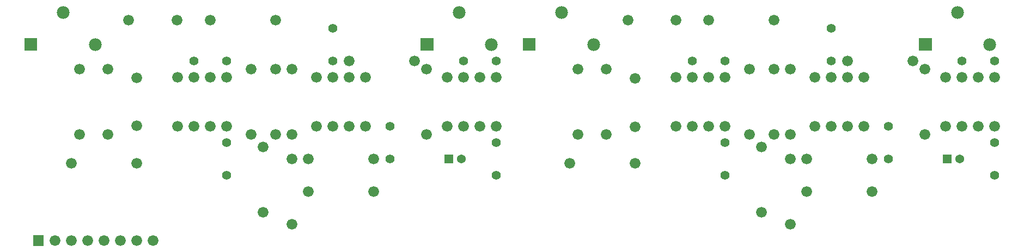
<source format=gbs>
G04 start of page 7 for group -4062 idx -4062 *
G04 Title: 26.006.01.01.01, soldermask *
G04 Creator: pcb 4.1.2 *
G04 CreationDate: Sun Jul 29 08:17:17 2018 UTC *
G04 For: bert *
G04 Format: Gerber/RS-274X *
G04 PCB-Dimensions (mil): 6200.00 1620.00 *
G04 PCB-Coordinate-Origin: lower left *
%MOIN*%
%FSLAX25Y25*%
%LNGBS*%
%ADD45C,0.0540*%
%ADD44C,0.0780*%
%ADD43C,0.0560*%
%ADD42C,0.0660*%
%ADD41C,0.0001*%
G54D41*G36*
X11700Y10300D02*Y3700D01*
X18300D01*
Y10300D01*
X11700D01*
G37*
G54D42*X25000Y7000D03*
X35000D03*
X45000D03*
X55000D03*
X65000D03*
X75000D03*
X85000D03*
X180000Y37000D03*
X220000D03*
X170000Y17000D03*
X152500Y24500D03*
X100000Y77000D03*
X110000D03*
X120000D03*
X75000Y77236D03*
X130000Y77000D03*
Y107000D03*
X120000D03*
X110000D03*
X120000Y142000D03*
G54D43*X130000Y117000D03*
X110000D03*
G54D42*X100000Y107000D03*
X215000D03*
X205000D03*
X195000D03*
X185000D03*
G54D43*X195000Y137000D03*
Y117000D03*
G54D42*X160000Y142000D03*
X205000Y117000D03*
X170000Y57000D03*
Y72000D03*
X180000Y57000D03*
X160000Y72000D03*
X145000D03*
X152500Y64500D03*
X170000Y112000D03*
X160000D03*
X145000D03*
G54D43*X130000Y47000D03*
Y67000D03*
G54D42*X40000Y72000D03*
Y112000D03*
X57500D03*
G54D41*G36*
X6415Y131058D02*Y123258D01*
X14215D01*
Y131058D01*
X6415D01*
G37*
G54D44*X49685Y127158D03*
G54D42*X57500Y72000D03*
X70236Y142000D03*
X99764D03*
X75000Y106764D03*
G54D44*X30000Y146842D03*
G54D42*X35000Y54500D03*
X75000D03*
X185000Y77000D03*
X195000D03*
X205000D03*
X215000D03*
X220000Y57000D03*
G54D43*X230000D03*
Y77000D03*
X600000Y47000D03*
Y67000D03*
G54D42*Y77000D03*
G54D43*Y117000D03*
G54D44*X597185Y127158D03*
G54D42*X570000Y77000D03*
X580000D03*
X590000D03*
X557500Y72000D03*
G54D43*X535000Y77000D03*
G54D42*X600000Y107000D03*
X590000D03*
X580000D03*
X570000D03*
G54D41*G36*
X568363Y59700D02*Y54300D01*
X573763D01*
Y59700D01*
X568363D01*
G37*
G54D43*X535000Y57000D03*
G54D45*X578937D03*
G54D42*X550000Y117000D03*
X557500Y112000D03*
G54D43*X580000Y117000D03*
G54D41*G36*
X553915Y131058D02*Y123258D01*
X561715D01*
Y131058D01*
X553915D01*
G37*
G54D44*X577500Y146842D03*
G54D42*X490000Y77000D03*
X500000D03*
X510000D03*
X520000D03*
X485000Y37000D03*
X475000Y17000D03*
Y57000D03*
X485000D03*
X457500Y24500D03*
G54D43*X435000Y47000D03*
G54D42*X525000Y37000D03*
Y57000D03*
X465000Y142000D03*
X425000D03*
G54D43*X500000Y137000D03*
Y117000D03*
G54D42*X510000D03*
X520000Y107000D03*
X510000D03*
X500000D03*
X490000D03*
X475000Y112000D03*
X465000D03*
X405000Y77000D03*
X415000D03*
X425000D03*
X435000D03*
Y107000D03*
X425000D03*
X415000D03*
G54D43*X435000Y67000D03*
G54D42*X405000Y107000D03*
X450000Y112000D03*
G54D43*X435000Y117000D03*
X415000D03*
G54D42*X405264Y142000D03*
X475000Y72000D03*
X465000D03*
X450000D03*
X457500Y64500D03*
X265000Y77000D03*
X275000D03*
X285000D03*
X295000D03*
X380000Y76736D03*
G54D43*X295000Y67000D03*
G54D42*X345000Y72000D03*
X362500D03*
X340000Y54500D03*
X380000D03*
X345000Y112000D03*
G54D41*G36*
X311415Y131058D02*Y123258D01*
X319215D01*
Y131058D01*
X311415D01*
G37*
G54D44*X354685Y127158D03*
X335000Y146842D03*
G54D42*X362500Y112000D03*
X380000Y106264D03*
X375736Y142000D03*
X295000Y107000D03*
X285000D03*
X275000D03*
G54D43*X295000Y117000D03*
X275000D03*
G54D42*X252500Y72000D03*
X265000Y107000D03*
X245000Y117000D03*
X252500Y112000D03*
G54D41*G36*
X263363Y59700D02*Y54300D01*
X268763D01*
Y59700D01*
X263363D01*
G37*
G54D45*X273937Y57000D03*
G54D43*X295000Y47000D03*
G54D41*G36*
X248915Y131058D02*Y123258D01*
X256715D01*
Y131058D01*
X248915D01*
G37*
G54D44*X272500Y146842D03*
X292185Y127158D03*
M02*

</source>
